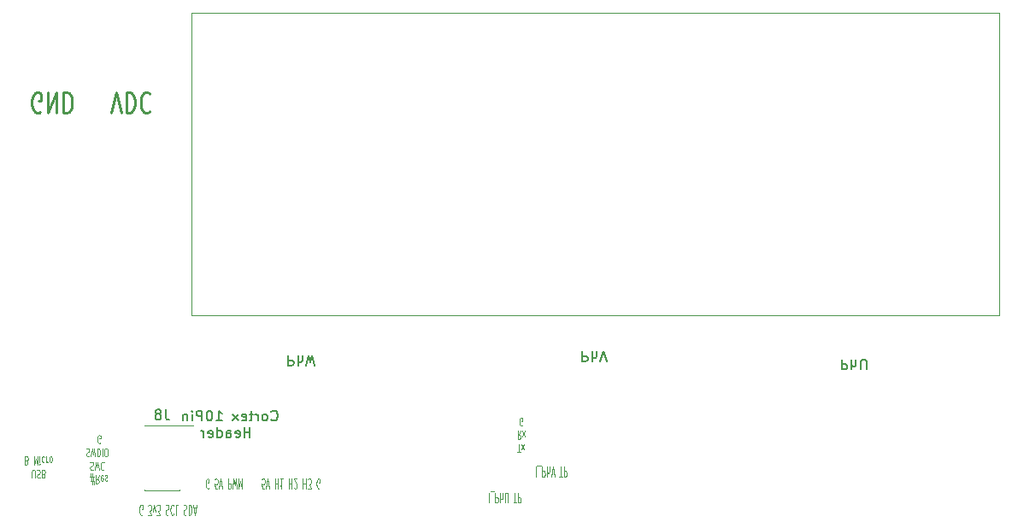
<source format=gbr>
G04 #@! TF.GenerationSoftware,KiCad,Pcbnew,(5.1.2)-2*
G04 #@! TF.CreationDate,2020-07-13T20:40:23+01:00*
G04 #@! TF.ProjectId,INV_Board,494e565f-426f-4617-9264-2e6b69636164,rev?*
G04 #@! TF.SameCoordinates,Original*
G04 #@! TF.FileFunction,Legend,Bot*
G04 #@! TF.FilePolarity,Positive*
%FSLAX46Y46*%
G04 Gerber Fmt 4.6, Leading zero omitted, Abs format (unit mm)*
G04 Created by KiCad (PCBNEW (5.1.2)-2) date 2020-07-13 20:40:23*
%MOMM*%
%LPD*%
G04 APERTURE LIST*
%ADD10C,0.125000*%
%ADD11C,0.150000*%
%ADD12C,0.250000*%
%ADD13C,0.120000*%
G04 APERTURE END LIST*
D10*
X42169047Y-74100595D02*
X42169047Y-73452976D01*
X42192857Y-73376785D01*
X42216666Y-73338690D01*
X42264285Y-73300595D01*
X42359523Y-73300595D01*
X42407142Y-73338690D01*
X42430952Y-73376785D01*
X42454761Y-73452976D01*
X42454761Y-74100595D01*
X42669047Y-73338690D02*
X42740476Y-73300595D01*
X42859523Y-73300595D01*
X42907142Y-73338690D01*
X42930952Y-73376785D01*
X42954761Y-73452976D01*
X42954761Y-73529166D01*
X42930952Y-73605357D01*
X42907142Y-73643452D01*
X42859523Y-73681547D01*
X42764285Y-73719642D01*
X42716666Y-73757738D01*
X42692857Y-73795833D01*
X42669047Y-73872023D01*
X42669047Y-73948214D01*
X42692857Y-74024404D01*
X42716666Y-74062500D01*
X42764285Y-74100595D01*
X42883333Y-74100595D01*
X42954761Y-74062500D01*
X43335714Y-73719642D02*
X43407142Y-73681547D01*
X43430952Y-73643452D01*
X43454761Y-73567261D01*
X43454761Y-73452976D01*
X43430952Y-73376785D01*
X43407142Y-73338690D01*
X43359523Y-73300595D01*
X43169047Y-73300595D01*
X43169047Y-74100595D01*
X43335714Y-74100595D01*
X43383333Y-74062500D01*
X43407142Y-74024404D01*
X43430952Y-73948214D01*
X43430952Y-73872023D01*
X43407142Y-73795833D01*
X43383333Y-73757738D01*
X43335714Y-73719642D01*
X43169047Y-73719642D01*
X41645238Y-72394642D02*
X41716666Y-72356547D01*
X41740476Y-72318452D01*
X41764285Y-72242261D01*
X41764285Y-72127976D01*
X41740476Y-72051785D01*
X41716666Y-72013690D01*
X41669047Y-71975595D01*
X41478571Y-71975595D01*
X41478571Y-72775595D01*
X41645238Y-72775595D01*
X41692857Y-72737500D01*
X41716666Y-72699404D01*
X41740476Y-72623214D01*
X41740476Y-72547023D01*
X41716666Y-72470833D01*
X41692857Y-72432738D01*
X41645238Y-72394642D01*
X41478571Y-72394642D01*
X42359523Y-71975595D02*
X42359523Y-72775595D01*
X42526190Y-72204166D01*
X42692857Y-72775595D01*
X42692857Y-71975595D01*
X42930952Y-71975595D02*
X42930952Y-72508928D01*
X42930952Y-72775595D02*
X42907142Y-72737500D01*
X42930952Y-72699404D01*
X42954761Y-72737500D01*
X42930952Y-72775595D01*
X42930952Y-72699404D01*
X43383333Y-72013690D02*
X43335714Y-71975595D01*
X43240476Y-71975595D01*
X43192857Y-72013690D01*
X43169047Y-72051785D01*
X43145238Y-72127976D01*
X43145238Y-72356547D01*
X43169047Y-72432738D01*
X43192857Y-72470833D01*
X43240476Y-72508928D01*
X43335714Y-72508928D01*
X43383333Y-72470833D01*
X43597619Y-71975595D02*
X43597619Y-72508928D01*
X43597619Y-72356547D02*
X43621428Y-72432738D01*
X43645238Y-72470833D01*
X43692857Y-72508928D01*
X43740476Y-72508928D01*
X43978571Y-71975595D02*
X43930952Y-72013690D01*
X43907142Y-72051785D01*
X43883333Y-72127976D01*
X43883333Y-72356547D01*
X43907142Y-72432738D01*
X43930952Y-72470833D01*
X43978571Y-72508928D01*
X44050000Y-72508928D01*
X44097619Y-72470833D01*
X44121428Y-72432738D01*
X44145238Y-72356547D01*
X44145238Y-72127976D01*
X44121428Y-72051785D01*
X44097619Y-72013690D01*
X44050000Y-71975595D01*
X43978571Y-71975595D01*
D11*
X65876190Y-68332142D02*
X65923809Y-68379761D01*
X66066666Y-68427380D01*
X66161904Y-68427380D01*
X66304761Y-68379761D01*
X66400000Y-68284523D01*
X66447619Y-68189285D01*
X66495238Y-67998809D01*
X66495238Y-67855952D01*
X66447619Y-67665476D01*
X66400000Y-67570238D01*
X66304761Y-67475000D01*
X66161904Y-67427380D01*
X66066666Y-67427380D01*
X65923809Y-67475000D01*
X65876190Y-67522619D01*
X65304761Y-68427380D02*
X65400000Y-68379761D01*
X65447619Y-68332142D01*
X65495238Y-68236904D01*
X65495238Y-67951190D01*
X65447619Y-67855952D01*
X65400000Y-67808333D01*
X65304761Y-67760714D01*
X65161904Y-67760714D01*
X65066666Y-67808333D01*
X65019047Y-67855952D01*
X64971428Y-67951190D01*
X64971428Y-68236904D01*
X65019047Y-68332142D01*
X65066666Y-68379761D01*
X65161904Y-68427380D01*
X65304761Y-68427380D01*
X64542857Y-68427380D02*
X64542857Y-67760714D01*
X64542857Y-67951190D02*
X64495238Y-67855952D01*
X64447619Y-67808333D01*
X64352380Y-67760714D01*
X64257142Y-67760714D01*
X64066666Y-67760714D02*
X63685714Y-67760714D01*
X63923809Y-67427380D02*
X63923809Y-68284523D01*
X63876190Y-68379761D01*
X63780952Y-68427380D01*
X63685714Y-68427380D01*
X62971428Y-68379761D02*
X63066666Y-68427380D01*
X63257142Y-68427380D01*
X63352380Y-68379761D01*
X63400000Y-68284523D01*
X63400000Y-67903571D01*
X63352380Y-67808333D01*
X63257142Y-67760714D01*
X63066666Y-67760714D01*
X62971428Y-67808333D01*
X62923809Y-67903571D01*
X62923809Y-67998809D01*
X63400000Y-68094047D01*
X62590476Y-68427380D02*
X62066666Y-67760714D01*
X62590476Y-67760714D02*
X62066666Y-68427380D01*
X60400000Y-68427380D02*
X60971428Y-68427380D01*
X60685714Y-68427380D02*
X60685714Y-67427380D01*
X60780952Y-67570238D01*
X60876190Y-67665476D01*
X60971428Y-67713095D01*
X59780952Y-67427380D02*
X59685714Y-67427380D01*
X59590476Y-67475000D01*
X59542857Y-67522619D01*
X59495238Y-67617857D01*
X59447619Y-67808333D01*
X59447619Y-68046428D01*
X59495238Y-68236904D01*
X59542857Y-68332142D01*
X59590476Y-68379761D01*
X59685714Y-68427380D01*
X59780952Y-68427380D01*
X59876190Y-68379761D01*
X59923809Y-68332142D01*
X59971428Y-68236904D01*
X60019047Y-68046428D01*
X60019047Y-67808333D01*
X59971428Y-67617857D01*
X59923809Y-67522619D01*
X59876190Y-67475000D01*
X59780952Y-67427380D01*
X59019047Y-68427380D02*
X59019047Y-67427380D01*
X58638095Y-67427380D01*
X58542857Y-67475000D01*
X58495238Y-67522619D01*
X58447619Y-67617857D01*
X58447619Y-67760714D01*
X58495238Y-67855952D01*
X58542857Y-67903571D01*
X58638095Y-67951190D01*
X59019047Y-67951190D01*
X58019047Y-68427380D02*
X58019047Y-67760714D01*
X58019047Y-67427380D02*
X58066666Y-67475000D01*
X58019047Y-67522619D01*
X57971428Y-67475000D01*
X58019047Y-67427380D01*
X58019047Y-67522619D01*
X57542857Y-67760714D02*
X57542857Y-68427380D01*
X57542857Y-67855952D02*
X57495238Y-67808333D01*
X57400000Y-67760714D01*
X57257142Y-67760714D01*
X57161904Y-67808333D01*
X57114285Y-67903571D01*
X57114285Y-68427380D01*
X63757142Y-70077380D02*
X63757142Y-69077380D01*
X63757142Y-69553571D02*
X63185714Y-69553571D01*
X63185714Y-70077380D02*
X63185714Y-69077380D01*
X62328571Y-70029761D02*
X62423809Y-70077380D01*
X62614285Y-70077380D01*
X62709523Y-70029761D01*
X62757142Y-69934523D01*
X62757142Y-69553571D01*
X62709523Y-69458333D01*
X62614285Y-69410714D01*
X62423809Y-69410714D01*
X62328571Y-69458333D01*
X62280952Y-69553571D01*
X62280952Y-69648809D01*
X62757142Y-69744047D01*
X61423809Y-70077380D02*
X61423809Y-69553571D01*
X61471428Y-69458333D01*
X61566666Y-69410714D01*
X61757142Y-69410714D01*
X61852380Y-69458333D01*
X61423809Y-70029761D02*
X61519047Y-70077380D01*
X61757142Y-70077380D01*
X61852380Y-70029761D01*
X61900000Y-69934523D01*
X61900000Y-69839285D01*
X61852380Y-69744047D01*
X61757142Y-69696428D01*
X61519047Y-69696428D01*
X61423809Y-69648809D01*
X60519047Y-70077380D02*
X60519047Y-69077380D01*
X60519047Y-70029761D02*
X60614285Y-70077380D01*
X60804761Y-70077380D01*
X60900000Y-70029761D01*
X60947619Y-69982142D01*
X60995238Y-69886904D01*
X60995238Y-69601190D01*
X60947619Y-69505952D01*
X60900000Y-69458333D01*
X60804761Y-69410714D01*
X60614285Y-69410714D01*
X60519047Y-69458333D01*
X59661904Y-70029761D02*
X59757142Y-70077380D01*
X59947619Y-70077380D01*
X60042857Y-70029761D01*
X60090476Y-69934523D01*
X60090476Y-69553571D01*
X60042857Y-69458333D01*
X59947619Y-69410714D01*
X59757142Y-69410714D01*
X59661904Y-69458333D01*
X59614285Y-69553571D01*
X59614285Y-69648809D01*
X60090476Y-69744047D01*
X59185714Y-70077380D02*
X59185714Y-69410714D01*
X59185714Y-69601190D02*
X59138095Y-69505952D01*
X59090476Y-69458333D01*
X58995238Y-69410714D01*
X58900000Y-69410714D01*
X67514285Y-61947619D02*
X67514285Y-62947619D01*
X67895238Y-62947619D01*
X67990476Y-62900000D01*
X68038095Y-62852380D01*
X68085714Y-62757142D01*
X68085714Y-62614285D01*
X68038095Y-62519047D01*
X67990476Y-62471428D01*
X67895238Y-62423809D01*
X67514285Y-62423809D01*
X68514285Y-61947619D02*
X68514285Y-62947619D01*
X68942857Y-61947619D02*
X68942857Y-62471428D01*
X68895238Y-62566666D01*
X68800000Y-62614285D01*
X68657142Y-62614285D01*
X68561904Y-62566666D01*
X68514285Y-62519047D01*
X69323809Y-62947619D02*
X69561904Y-61947619D01*
X69752380Y-62661904D01*
X69942857Y-61947619D01*
X70180952Y-62947619D01*
X96657142Y-61547619D02*
X96657142Y-62547619D01*
X97038095Y-62547619D01*
X97133333Y-62500000D01*
X97180952Y-62452380D01*
X97228571Y-62357142D01*
X97228571Y-62214285D01*
X97180952Y-62119047D01*
X97133333Y-62071428D01*
X97038095Y-62023809D01*
X96657142Y-62023809D01*
X97657142Y-61547619D02*
X97657142Y-62547619D01*
X98085714Y-61547619D02*
X98085714Y-62071428D01*
X98038095Y-62166666D01*
X97942857Y-62214285D01*
X97800000Y-62214285D01*
X97704761Y-62166666D01*
X97657142Y-62119047D01*
X98419047Y-62547619D02*
X98752380Y-61547619D01*
X99085714Y-62547619D01*
X122361904Y-62347619D02*
X122361904Y-63347619D01*
X122742857Y-63347619D01*
X122838095Y-63300000D01*
X122885714Y-63252380D01*
X122933333Y-63157142D01*
X122933333Y-63014285D01*
X122885714Y-62919047D01*
X122838095Y-62871428D01*
X122742857Y-62823809D01*
X122361904Y-62823809D01*
X123361904Y-62347619D02*
X123361904Y-63347619D01*
X123790476Y-62347619D02*
X123790476Y-62871428D01*
X123742857Y-62966666D01*
X123647619Y-63014285D01*
X123504761Y-63014285D01*
X123409523Y-62966666D01*
X123361904Y-62919047D01*
X124266666Y-63347619D02*
X124266666Y-62538095D01*
X124314285Y-62442857D01*
X124361904Y-62395238D01*
X124457142Y-62347619D01*
X124647619Y-62347619D01*
X124742857Y-62395238D01*
X124790476Y-62442857D01*
X124838095Y-62538095D01*
X124838095Y-63347619D01*
D10*
X87440476Y-75547619D02*
X87440476Y-76547619D01*
X87559523Y-75452380D02*
X87940476Y-75452380D01*
X88059523Y-75547619D02*
X88059523Y-76547619D01*
X88250000Y-76547619D01*
X88297619Y-76500000D01*
X88321428Y-76452380D01*
X88345238Y-76357142D01*
X88345238Y-76214285D01*
X88321428Y-76119047D01*
X88297619Y-76071428D01*
X88250000Y-76023809D01*
X88059523Y-76023809D01*
X88559523Y-75547619D02*
X88559523Y-76547619D01*
X88773809Y-75547619D02*
X88773809Y-76071428D01*
X88750000Y-76166666D01*
X88702380Y-76214285D01*
X88630952Y-76214285D01*
X88583333Y-76166666D01*
X88559523Y-76119047D01*
X89011904Y-76547619D02*
X89011904Y-75738095D01*
X89035714Y-75642857D01*
X89059523Y-75595238D01*
X89107142Y-75547619D01*
X89202380Y-75547619D01*
X89250000Y-75595238D01*
X89273809Y-75642857D01*
X89297619Y-75738095D01*
X89297619Y-76547619D01*
X89845238Y-76547619D02*
X90130952Y-76547619D01*
X89988095Y-75547619D02*
X89988095Y-76547619D01*
X90297619Y-75547619D02*
X90297619Y-76547619D01*
X90488095Y-76547619D01*
X90535714Y-76500000D01*
X90559523Y-76452380D01*
X90583333Y-76357142D01*
X90583333Y-76214285D01*
X90559523Y-76119047D01*
X90535714Y-76071428D01*
X90488095Y-76023809D01*
X90297619Y-76023809D01*
X92088095Y-72947619D02*
X92088095Y-73947619D01*
X92207142Y-72852380D02*
X92588095Y-72852380D01*
X92707142Y-72947619D02*
X92707142Y-73947619D01*
X92897619Y-73947619D01*
X92945238Y-73900000D01*
X92969047Y-73852380D01*
X92992857Y-73757142D01*
X92992857Y-73614285D01*
X92969047Y-73519047D01*
X92945238Y-73471428D01*
X92897619Y-73423809D01*
X92707142Y-73423809D01*
X93207142Y-72947619D02*
X93207142Y-73947619D01*
X93421428Y-72947619D02*
X93421428Y-73471428D01*
X93397619Y-73566666D01*
X93350000Y-73614285D01*
X93278571Y-73614285D01*
X93230952Y-73566666D01*
X93207142Y-73519047D01*
X93588095Y-73947619D02*
X93754761Y-72947619D01*
X93921428Y-73947619D01*
X94397619Y-73947619D02*
X94683333Y-73947619D01*
X94540476Y-72947619D02*
X94540476Y-73947619D01*
X94850000Y-72947619D02*
X94850000Y-73947619D01*
X95040476Y-73947619D01*
X95088095Y-73900000D01*
X95111904Y-73852380D01*
X95135714Y-73757142D01*
X95135714Y-73614285D01*
X95111904Y-73519047D01*
X95088095Y-73471428D01*
X95040476Y-73423809D01*
X94850000Y-73423809D01*
D12*
X43000000Y-37800000D02*
X42857142Y-37895238D01*
X42642857Y-37895238D01*
X42428571Y-37800000D01*
X42285714Y-37609523D01*
X42214285Y-37419047D01*
X42142857Y-37038095D01*
X42142857Y-36752380D01*
X42214285Y-36371428D01*
X42285714Y-36180952D01*
X42428571Y-35990476D01*
X42642857Y-35895238D01*
X42785714Y-35895238D01*
X43000000Y-35990476D01*
X43071428Y-36085714D01*
X43071428Y-36752380D01*
X42785714Y-36752380D01*
X43714285Y-35895238D02*
X43714285Y-37895238D01*
X44571428Y-35895238D01*
X44571428Y-37895238D01*
X45285714Y-35895238D02*
X45285714Y-37895238D01*
X45642857Y-37895238D01*
X45857142Y-37800000D01*
X46000000Y-37609523D01*
X46071428Y-37419047D01*
X46142857Y-37038095D01*
X46142857Y-36752380D01*
X46071428Y-36371428D01*
X46000000Y-36180952D01*
X45857142Y-35990476D01*
X45642857Y-35895238D01*
X45285714Y-35895238D01*
X50000000Y-37895238D02*
X50500000Y-35895238D01*
X51000000Y-37895238D01*
X51500000Y-35895238D02*
X51500000Y-37895238D01*
X51857142Y-37895238D01*
X52071428Y-37800000D01*
X52214285Y-37609523D01*
X52285714Y-37419047D01*
X52357142Y-37038095D01*
X52357142Y-36752380D01*
X52285714Y-36371428D01*
X52214285Y-36180952D01*
X52071428Y-35990476D01*
X51857142Y-35895238D01*
X51500000Y-35895238D01*
X53857142Y-36085714D02*
X53785714Y-35990476D01*
X53571428Y-35895238D01*
X53428571Y-35895238D01*
X53214285Y-35990476D01*
X53071428Y-36180952D01*
X53000000Y-36371428D01*
X52928571Y-36752380D01*
X52928571Y-37038095D01*
X53000000Y-37419047D01*
X53071428Y-37609523D01*
X53214285Y-37800000D01*
X53428571Y-37895238D01*
X53571428Y-37895238D01*
X53785714Y-37800000D01*
X53857142Y-37704761D01*
D10*
X90254761Y-71563095D02*
X90540476Y-71563095D01*
X90397619Y-70763095D02*
X90397619Y-71563095D01*
X90659523Y-70763095D02*
X90921428Y-71296428D01*
X90659523Y-71296428D02*
X90921428Y-70763095D01*
X90552380Y-69438095D02*
X90385714Y-69819047D01*
X90266666Y-69438095D02*
X90266666Y-70238095D01*
X90457142Y-70238095D01*
X90504761Y-70200000D01*
X90528571Y-70161904D01*
X90552380Y-70085714D01*
X90552380Y-69971428D01*
X90528571Y-69895238D01*
X90504761Y-69857142D01*
X90457142Y-69819047D01*
X90266666Y-69819047D01*
X90719047Y-69438095D02*
X90980952Y-69971428D01*
X90719047Y-69971428D02*
X90980952Y-69438095D01*
X90730952Y-68875000D02*
X90683333Y-68913095D01*
X90611904Y-68913095D01*
X90540476Y-68875000D01*
X90492857Y-68798809D01*
X90469047Y-68722619D01*
X90445238Y-68570238D01*
X90445238Y-68455952D01*
X90469047Y-68303571D01*
X90492857Y-68227380D01*
X90540476Y-68151190D01*
X90611904Y-68113095D01*
X90659523Y-68113095D01*
X90730952Y-68151190D01*
X90754761Y-68189285D01*
X90754761Y-68455952D01*
X90659523Y-68455952D01*
X47978571Y-74358928D02*
X48335714Y-74358928D01*
X48121428Y-74701785D02*
X47978571Y-73673214D01*
X48288095Y-74016071D02*
X47930952Y-74016071D01*
X48145238Y-73673214D02*
X48288095Y-74701785D01*
X48788095Y-73825595D02*
X48621428Y-74206547D01*
X48502380Y-73825595D02*
X48502380Y-74625595D01*
X48692857Y-74625595D01*
X48740476Y-74587500D01*
X48764285Y-74549404D01*
X48788095Y-74473214D01*
X48788095Y-74358928D01*
X48764285Y-74282738D01*
X48740476Y-74244642D01*
X48692857Y-74206547D01*
X48502380Y-74206547D01*
X49192857Y-73863690D02*
X49145238Y-73825595D01*
X49050000Y-73825595D01*
X49002380Y-73863690D01*
X48978571Y-73939880D01*
X48978571Y-74244642D01*
X49002380Y-74320833D01*
X49050000Y-74358928D01*
X49145238Y-74358928D01*
X49192857Y-74320833D01*
X49216666Y-74244642D01*
X49216666Y-74168452D01*
X48978571Y-74092261D01*
X49407142Y-73863690D02*
X49454761Y-73825595D01*
X49550000Y-73825595D01*
X49597619Y-73863690D01*
X49621428Y-73939880D01*
X49621428Y-73977976D01*
X49597619Y-74054166D01*
X49550000Y-74092261D01*
X49478571Y-74092261D01*
X49430952Y-74130357D01*
X49407142Y-74206547D01*
X49407142Y-74244642D01*
X49430952Y-74320833D01*
X49478571Y-74358928D01*
X49550000Y-74358928D01*
X49597619Y-74320833D01*
X47930952Y-72538690D02*
X48002380Y-72500595D01*
X48121428Y-72500595D01*
X48169047Y-72538690D01*
X48192857Y-72576785D01*
X48216666Y-72652976D01*
X48216666Y-72729166D01*
X48192857Y-72805357D01*
X48169047Y-72843452D01*
X48121428Y-72881547D01*
X48026190Y-72919642D01*
X47978571Y-72957738D01*
X47954761Y-72995833D01*
X47930952Y-73072023D01*
X47930952Y-73148214D01*
X47954761Y-73224404D01*
X47978571Y-73262500D01*
X48026190Y-73300595D01*
X48145238Y-73300595D01*
X48216666Y-73262500D01*
X48383333Y-73300595D02*
X48502380Y-72500595D01*
X48597619Y-73072023D01*
X48692857Y-72500595D01*
X48811904Y-73300595D01*
X49288095Y-72576785D02*
X49264285Y-72538690D01*
X49192857Y-72500595D01*
X49145238Y-72500595D01*
X49073809Y-72538690D01*
X49026190Y-72614880D01*
X49002380Y-72691071D01*
X48978571Y-72843452D01*
X48978571Y-72957738D01*
X49002380Y-73110119D01*
X49026190Y-73186309D01*
X49073809Y-73262500D01*
X49145238Y-73300595D01*
X49192857Y-73300595D01*
X49264285Y-73262500D01*
X49288095Y-73224404D01*
X47550000Y-71213690D02*
X47621428Y-71175595D01*
X47740476Y-71175595D01*
X47788095Y-71213690D01*
X47811904Y-71251785D01*
X47835714Y-71327976D01*
X47835714Y-71404166D01*
X47811904Y-71480357D01*
X47788095Y-71518452D01*
X47740476Y-71556547D01*
X47645238Y-71594642D01*
X47597619Y-71632738D01*
X47573809Y-71670833D01*
X47550000Y-71747023D01*
X47550000Y-71823214D01*
X47573809Y-71899404D01*
X47597619Y-71937500D01*
X47645238Y-71975595D01*
X47764285Y-71975595D01*
X47835714Y-71937500D01*
X48002380Y-71975595D02*
X48121428Y-71175595D01*
X48216666Y-71747023D01*
X48311904Y-71175595D01*
X48430952Y-71975595D01*
X48621428Y-71175595D02*
X48621428Y-71975595D01*
X48740476Y-71975595D01*
X48811904Y-71937500D01*
X48859523Y-71861309D01*
X48883333Y-71785119D01*
X48907142Y-71632738D01*
X48907142Y-71518452D01*
X48883333Y-71366071D01*
X48859523Y-71289880D01*
X48811904Y-71213690D01*
X48740476Y-71175595D01*
X48621428Y-71175595D01*
X49121428Y-71175595D02*
X49121428Y-71975595D01*
X49454761Y-71975595D02*
X49550000Y-71975595D01*
X49597619Y-71937500D01*
X49645238Y-71861309D01*
X49669047Y-71708928D01*
X49669047Y-71442261D01*
X49645238Y-71289880D01*
X49597619Y-71213690D01*
X49550000Y-71175595D01*
X49454761Y-71175595D01*
X49407142Y-71213690D01*
X49359523Y-71289880D01*
X49335714Y-71442261D01*
X49335714Y-71708928D01*
X49359523Y-71861309D01*
X49407142Y-71937500D01*
X49454761Y-71975595D01*
X48930952Y-70612500D02*
X48883333Y-70650595D01*
X48811904Y-70650595D01*
X48740476Y-70612500D01*
X48692857Y-70536309D01*
X48669047Y-70460119D01*
X48645238Y-70307738D01*
X48645238Y-70193452D01*
X48669047Y-70041071D01*
X48692857Y-69964880D01*
X48740476Y-69888690D01*
X48811904Y-69850595D01*
X48859523Y-69850595D01*
X48930952Y-69888690D01*
X48954761Y-69926785D01*
X48954761Y-70193452D01*
X48859523Y-70193452D01*
X53100000Y-77700000D02*
X53052380Y-77747619D01*
X52980952Y-77747619D01*
X52909523Y-77700000D01*
X52861904Y-77604761D01*
X52838095Y-77509523D01*
X52814285Y-77319047D01*
X52814285Y-77176190D01*
X52838095Y-76985714D01*
X52861904Y-76890476D01*
X52909523Y-76795238D01*
X52980952Y-76747619D01*
X53028571Y-76747619D01*
X53100000Y-76795238D01*
X53123809Y-76842857D01*
X53123809Y-77176190D01*
X53028571Y-77176190D01*
X53671428Y-77747619D02*
X53980952Y-77747619D01*
X53814285Y-77366666D01*
X53885714Y-77366666D01*
X53933333Y-77319047D01*
X53957142Y-77271428D01*
X53980952Y-77176190D01*
X53980952Y-76938095D01*
X53957142Y-76842857D01*
X53933333Y-76795238D01*
X53885714Y-76747619D01*
X53742857Y-76747619D01*
X53695238Y-76795238D01*
X53671428Y-76842857D01*
X54147619Y-77414285D02*
X54266666Y-76747619D01*
X54385714Y-77414285D01*
X54528571Y-77747619D02*
X54838095Y-77747619D01*
X54671428Y-77366666D01*
X54742857Y-77366666D01*
X54790476Y-77319047D01*
X54814285Y-77271428D01*
X54838095Y-77176190D01*
X54838095Y-76938095D01*
X54814285Y-76842857D01*
X54790476Y-76795238D01*
X54742857Y-76747619D01*
X54600000Y-76747619D01*
X54552380Y-76795238D01*
X54528571Y-76842857D01*
X55409523Y-76795238D02*
X55480952Y-76747619D01*
X55600000Y-76747619D01*
X55647619Y-76795238D01*
X55671428Y-76842857D01*
X55695238Y-76938095D01*
X55695238Y-77033333D01*
X55671428Y-77128571D01*
X55647619Y-77176190D01*
X55600000Y-77223809D01*
X55504761Y-77271428D01*
X55457142Y-77319047D01*
X55433333Y-77366666D01*
X55409523Y-77461904D01*
X55409523Y-77557142D01*
X55433333Y-77652380D01*
X55457142Y-77700000D01*
X55504761Y-77747619D01*
X55623809Y-77747619D01*
X55695238Y-77700000D01*
X56195238Y-76842857D02*
X56171428Y-76795238D01*
X56100000Y-76747619D01*
X56052380Y-76747619D01*
X55980952Y-76795238D01*
X55933333Y-76890476D01*
X55909523Y-76985714D01*
X55885714Y-77176190D01*
X55885714Y-77319047D01*
X55909523Y-77509523D01*
X55933333Y-77604761D01*
X55980952Y-77700000D01*
X56052380Y-77747619D01*
X56100000Y-77747619D01*
X56171428Y-77700000D01*
X56195238Y-77652380D01*
X56647619Y-76747619D02*
X56409523Y-76747619D01*
X56409523Y-77747619D01*
X57171428Y-76795238D02*
X57242857Y-76747619D01*
X57361904Y-76747619D01*
X57409523Y-76795238D01*
X57433333Y-76842857D01*
X57457142Y-76938095D01*
X57457142Y-77033333D01*
X57433333Y-77128571D01*
X57409523Y-77176190D01*
X57361904Y-77223809D01*
X57266666Y-77271428D01*
X57219047Y-77319047D01*
X57195238Y-77366666D01*
X57171428Y-77461904D01*
X57171428Y-77557142D01*
X57195238Y-77652380D01*
X57219047Y-77700000D01*
X57266666Y-77747619D01*
X57385714Y-77747619D01*
X57457142Y-77700000D01*
X57671428Y-76747619D02*
X57671428Y-77747619D01*
X57790476Y-77747619D01*
X57861904Y-77700000D01*
X57909523Y-77604761D01*
X57933333Y-77509523D01*
X57957142Y-77319047D01*
X57957142Y-77176190D01*
X57933333Y-76985714D01*
X57909523Y-76890476D01*
X57861904Y-76795238D01*
X57790476Y-76747619D01*
X57671428Y-76747619D01*
X58147619Y-77033333D02*
X58385714Y-77033333D01*
X58100000Y-76747619D02*
X58266666Y-77747619D01*
X58433333Y-76747619D01*
X59676190Y-75100000D02*
X59628571Y-75147619D01*
X59557142Y-75147619D01*
X59485714Y-75100000D01*
X59438095Y-75004761D01*
X59414285Y-74909523D01*
X59390476Y-74719047D01*
X59390476Y-74576190D01*
X59414285Y-74385714D01*
X59438095Y-74290476D01*
X59485714Y-74195238D01*
X59557142Y-74147619D01*
X59604761Y-74147619D01*
X59676190Y-74195238D01*
X59700000Y-74242857D01*
X59700000Y-74576190D01*
X59604761Y-74576190D01*
X60533333Y-75147619D02*
X60295238Y-75147619D01*
X60271428Y-74671428D01*
X60295238Y-74719047D01*
X60342857Y-74766666D01*
X60461904Y-74766666D01*
X60509523Y-74719047D01*
X60533333Y-74671428D01*
X60557142Y-74576190D01*
X60557142Y-74338095D01*
X60533333Y-74242857D01*
X60509523Y-74195238D01*
X60461904Y-74147619D01*
X60342857Y-74147619D01*
X60295238Y-74195238D01*
X60271428Y-74242857D01*
X60700000Y-75147619D02*
X60866666Y-74147619D01*
X61033333Y-75147619D01*
X61580952Y-74147619D02*
X61580952Y-75147619D01*
X61771428Y-75147619D01*
X61819047Y-75100000D01*
X61842857Y-75052380D01*
X61866666Y-74957142D01*
X61866666Y-74814285D01*
X61842857Y-74719047D01*
X61819047Y-74671428D01*
X61771428Y-74623809D01*
X61580952Y-74623809D01*
X62033333Y-75147619D02*
X62152380Y-74147619D01*
X62247619Y-74861904D01*
X62342857Y-74147619D01*
X62461904Y-75147619D01*
X62652380Y-74147619D02*
X62652380Y-75147619D01*
X62819047Y-74433333D01*
X62985714Y-75147619D01*
X62985714Y-74147619D01*
X65192857Y-75147619D02*
X64954761Y-75147619D01*
X64930952Y-74671428D01*
X64954761Y-74719047D01*
X65002380Y-74766666D01*
X65121428Y-74766666D01*
X65169047Y-74719047D01*
X65192857Y-74671428D01*
X65216666Y-74576190D01*
X65216666Y-74338095D01*
X65192857Y-74242857D01*
X65169047Y-74195238D01*
X65121428Y-74147619D01*
X65002380Y-74147619D01*
X64954761Y-74195238D01*
X64930952Y-74242857D01*
X65359523Y-75147619D02*
X65526190Y-74147619D01*
X65692857Y-75147619D01*
X66240476Y-74147619D02*
X66240476Y-75147619D01*
X66240476Y-74671428D02*
X66526190Y-74671428D01*
X66526190Y-74147619D02*
X66526190Y-75147619D01*
X67026190Y-74147619D02*
X66740476Y-74147619D01*
X66883333Y-74147619D02*
X66883333Y-75147619D01*
X66835714Y-75004761D01*
X66788095Y-74909523D01*
X66740476Y-74861904D01*
X67621428Y-74147619D02*
X67621428Y-75147619D01*
X67621428Y-74671428D02*
X67907142Y-74671428D01*
X67907142Y-74147619D02*
X67907142Y-75147619D01*
X68121428Y-75052380D02*
X68145238Y-75100000D01*
X68192857Y-75147619D01*
X68311904Y-75147619D01*
X68359523Y-75100000D01*
X68383333Y-75052380D01*
X68407142Y-74957142D01*
X68407142Y-74861904D01*
X68383333Y-74719047D01*
X68097619Y-74147619D01*
X68407142Y-74147619D01*
X69002380Y-74147619D02*
X69002380Y-75147619D01*
X69002380Y-74671428D02*
X69288095Y-74671428D01*
X69288095Y-74147619D02*
X69288095Y-75147619D01*
X69478571Y-75147619D02*
X69788095Y-75147619D01*
X69621428Y-74766666D01*
X69692857Y-74766666D01*
X69740476Y-74719047D01*
X69764285Y-74671428D01*
X69788095Y-74576190D01*
X69788095Y-74338095D01*
X69764285Y-74242857D01*
X69740476Y-74195238D01*
X69692857Y-74147619D01*
X69550000Y-74147619D01*
X69502380Y-74195238D01*
X69478571Y-74242857D01*
X70645238Y-75100000D02*
X70597619Y-75147619D01*
X70526190Y-75147619D01*
X70454761Y-75100000D01*
X70407142Y-75004761D01*
X70383333Y-74909523D01*
X70359523Y-74719047D01*
X70359523Y-74576190D01*
X70383333Y-74385714D01*
X70407142Y-74290476D01*
X70454761Y-74195238D01*
X70526190Y-74147619D01*
X70573809Y-74147619D01*
X70645238Y-74195238D01*
X70669047Y-74242857D01*
X70669047Y-74576190D01*
X70573809Y-74576190D01*
D13*
X58000000Y-28000000D02*
X138000000Y-28000000D01*
X58000000Y-58000000D02*
X58000000Y-28000000D01*
X138000000Y-58000000D02*
X58000000Y-58000000D01*
X138000000Y-28000000D02*
X138000000Y-58000000D01*
X53285000Y-75270000D02*
X53285000Y-75335000D01*
X56815000Y-75270000D02*
X56815000Y-75335000D01*
X53285000Y-68865000D02*
X53285000Y-68930000D01*
X56815000Y-68865000D02*
X56815000Y-68930000D01*
X58140000Y-68930000D02*
X56815000Y-68930000D01*
X56815000Y-75335000D02*
X53285000Y-75335000D01*
X56815000Y-68865000D02*
X53285000Y-68865000D01*
D11*
X55383333Y-67317380D02*
X55383333Y-68031666D01*
X55430952Y-68174523D01*
X55526190Y-68269761D01*
X55669047Y-68317380D01*
X55764285Y-68317380D01*
X54764285Y-67745952D02*
X54859523Y-67698333D01*
X54907142Y-67650714D01*
X54954761Y-67555476D01*
X54954761Y-67507857D01*
X54907142Y-67412619D01*
X54859523Y-67365000D01*
X54764285Y-67317380D01*
X54573809Y-67317380D01*
X54478571Y-67365000D01*
X54430952Y-67412619D01*
X54383333Y-67507857D01*
X54383333Y-67555476D01*
X54430952Y-67650714D01*
X54478571Y-67698333D01*
X54573809Y-67745952D01*
X54764285Y-67745952D01*
X54859523Y-67793571D01*
X54907142Y-67841190D01*
X54954761Y-67936428D01*
X54954761Y-68126904D01*
X54907142Y-68222142D01*
X54859523Y-68269761D01*
X54764285Y-68317380D01*
X54573809Y-68317380D01*
X54478571Y-68269761D01*
X54430952Y-68222142D01*
X54383333Y-68126904D01*
X54383333Y-67936428D01*
X54430952Y-67841190D01*
X54478571Y-67793571D01*
X54573809Y-67745952D01*
M02*

</source>
